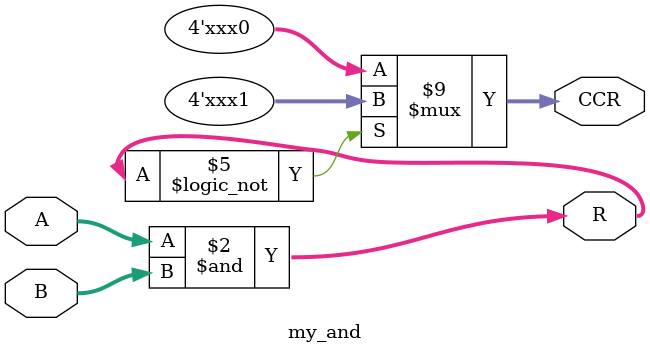
<source format=v>


//R=A&B

//CCR con 4 flags:

//C: carry flag.
//   no se modifica

//V: overflow flag. 
//   no se modifica

//N: negative flag. 
//   =1 si el MSB de R es 1 (es decir, si en interpretacion signada, R<0).
//   =0 si el MSB de R es 0 (es decir, si en interpretacion signada, R>=0).

//Z: zero flag
//   =1 si R==0.
//   =1 si R!=0.

//3 ticks: 1 tick calculo, 2 ticks CCR

module my_and(R, CCR, A, B);

parameter op_size = 4;
parameter c_mask='b1000, v_mask='b0100, n_mask='b0010, z_mask='b0001;   //mascaras para los flags del ccr

output reg [3:0] CCR;           //condition code register
output reg [op_size-1:0] R;     //resultado
input[op_size-1:0] A, B;        //input

always @(A,B) 
    begin
    //seteo resultado
    R = A&B;
    

    //seteo negative
    if( R[op_size - 1] )
        begin
        CCR <= (CCR | n_mask);
    end else begin 
        CCR <= (CCR & (~n_mask));
        end
    #1


    //seteo zero
    if(!R)
        begin
        CCR <= (CCR | z_mask);
        //$display("Z=1");
    end else begin
        CCR <= (CCR & (~z_mask));
        //$display("Z=0");
        end
    end
endmodule

/*
module my_and_tst;
reg dummy;

wire [3:0] R, CCR;  //resultado y condition code register
reg [3:0] A, B;     //input del and


my_and tst_my_and(R, CCR, A, B);
initial begin
dummy = $value$plusargs("A=%d", A);
dummy = $value$plusargs("B=%d", B);
#3 //my_and tarda 1 tick en hacer la operacion y 2 ticks en acomodar el ccr
$display("  A=%b", A);
$display("  B=%b", B);
$display("A&B=%b", R);
$display("CVNZ");
$display("%b", CCR);

$finish;
end

endmodule
*/
</source>
